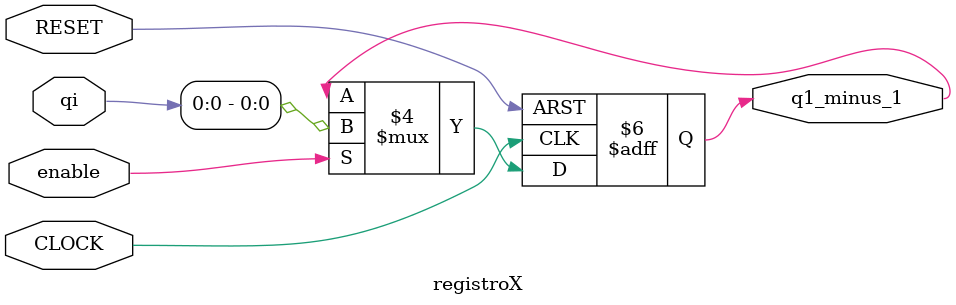
<source format=sv>

module registroX (qi, q1_minus_1, CLOCK, RESET, enable);

parameter tamano = 2;

input [tamano-1:0] qi;
input enable;

output reg q1_minus_1;

input CLOCK, RESET;

always_ff @(posedge CLOCK, negedge RESET)
begin
	if(!RESET)
		begin
		q1_minus_1 <= 0;
		end
	else
	if(enable)
		begin
		q1_minus_1 <= qi[0];
		end
	else
		q1_minus_1<=q1_minus_1;
end

endmodule
</source>
